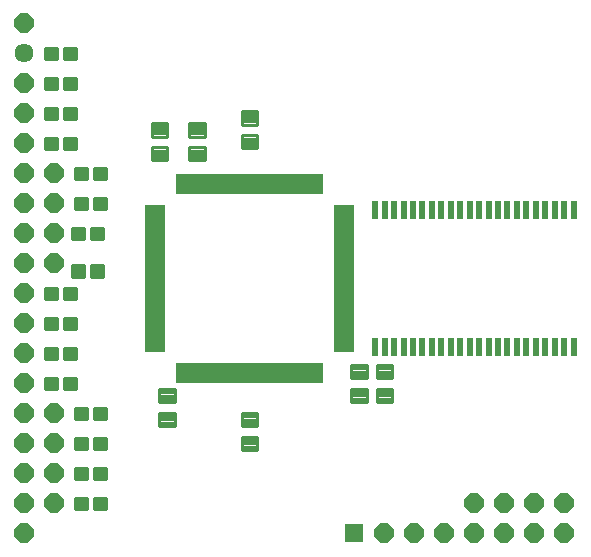
<source format=gts>
G75*
G70*
%OFA0B0*%
%FSLAX24Y24*%
%IPPOS*%
%LPD*%
%AMOC8*
5,1,8,0,0,1.08239X$1,22.5*
%
%ADD10OC8,0.0635*%
%ADD11C,0.0635*%
%ADD12R,0.0671X0.0218*%
%ADD13R,0.0218X0.0671*%
%ADD14R,0.0237X0.0592*%
%ADD15R,0.0635X0.0635*%
%ADD16C,0.0110*%
%ADD17C,0.0095*%
D10*
X001004Y001004D03*
X001004Y002004D03*
X002004Y002004D03*
X002004Y003004D03*
X002004Y004004D03*
X002004Y005004D03*
X001004Y005004D03*
X001004Y004004D03*
X001004Y003004D03*
X001004Y006004D03*
X001004Y007004D03*
X001004Y008004D03*
X001004Y009004D03*
X001004Y010004D03*
X001004Y011004D03*
X002004Y011004D03*
X002004Y010004D03*
X002004Y012004D03*
X002004Y013004D03*
X001004Y013004D03*
X001004Y014004D03*
X001004Y015004D03*
X001004Y016004D03*
X001004Y018004D03*
X001004Y012004D03*
X013004Y001004D03*
X014004Y001004D03*
X015004Y001004D03*
X016004Y001004D03*
X016004Y002004D03*
X017004Y002004D03*
X018004Y002004D03*
X019004Y002004D03*
X019004Y001004D03*
X018004Y001004D03*
X017004Y001004D03*
D11*
X001004Y017004D03*
D12*
X005354Y011866D03*
X005354Y011669D03*
X005354Y011472D03*
X005354Y011276D03*
X005354Y011079D03*
X005354Y010882D03*
X005354Y010685D03*
X005354Y010488D03*
X005354Y010291D03*
X005354Y010095D03*
X005354Y009898D03*
X005354Y009701D03*
X005354Y009504D03*
X005354Y009307D03*
X005354Y009110D03*
X005354Y008913D03*
X005354Y008717D03*
X005354Y008520D03*
X005354Y008323D03*
X005354Y008126D03*
X005354Y007929D03*
X005354Y007732D03*
X005354Y007535D03*
X005354Y007339D03*
X005354Y007142D03*
X011654Y007142D03*
X011654Y007339D03*
X011654Y007535D03*
X011654Y007732D03*
X011654Y007929D03*
X011654Y008126D03*
X011654Y008323D03*
X011654Y008520D03*
X011654Y008717D03*
X011654Y008913D03*
X011654Y009110D03*
X011654Y009307D03*
X011654Y009504D03*
X011654Y009701D03*
X011654Y009898D03*
X011654Y010095D03*
X011654Y010291D03*
X011654Y010488D03*
X011654Y010685D03*
X011654Y010882D03*
X011654Y011079D03*
X011654Y011276D03*
X011654Y011472D03*
X011654Y011669D03*
X011654Y011866D03*
D13*
X010866Y012654D03*
X010669Y012654D03*
X010472Y012654D03*
X010276Y012654D03*
X010079Y012654D03*
X009882Y012654D03*
X009685Y012654D03*
X009488Y012654D03*
X009291Y012654D03*
X009095Y012654D03*
X008898Y012654D03*
X008701Y012654D03*
X008504Y012654D03*
X008307Y012654D03*
X008110Y012654D03*
X007913Y012654D03*
X007717Y012654D03*
X007520Y012654D03*
X007323Y012654D03*
X007126Y012654D03*
X006929Y012654D03*
X006732Y012654D03*
X006535Y012654D03*
X006339Y012654D03*
X006142Y012654D03*
X006142Y006354D03*
X006339Y006354D03*
X006535Y006354D03*
X006732Y006354D03*
X006929Y006354D03*
X007126Y006354D03*
X007323Y006354D03*
X007520Y006354D03*
X007717Y006354D03*
X007913Y006354D03*
X008110Y006354D03*
X008307Y006354D03*
X008504Y006354D03*
X008701Y006354D03*
X008898Y006354D03*
X009095Y006354D03*
X009291Y006354D03*
X009488Y006354D03*
X009685Y006354D03*
X009882Y006354D03*
X010079Y006354D03*
X010276Y006354D03*
X010472Y006354D03*
X010669Y006354D03*
X010866Y006354D03*
D14*
X012697Y007220D03*
X013012Y007220D03*
X013327Y007220D03*
X013642Y007220D03*
X013957Y007220D03*
X014272Y007220D03*
X014587Y007220D03*
X014902Y007220D03*
X015217Y007220D03*
X015531Y007220D03*
X015846Y007220D03*
X016161Y007220D03*
X016476Y007220D03*
X016791Y007220D03*
X017106Y007220D03*
X017421Y007220D03*
X017736Y007220D03*
X018051Y007220D03*
X018366Y007220D03*
X018681Y007220D03*
X018996Y007220D03*
X019311Y007220D03*
X019311Y011787D03*
X018996Y011787D03*
X018681Y011787D03*
X018366Y011787D03*
X018051Y011787D03*
X017736Y011787D03*
X017421Y011787D03*
X017106Y011787D03*
X016791Y011787D03*
X016476Y011787D03*
X016161Y011787D03*
X015846Y011787D03*
X015531Y011787D03*
X015217Y011787D03*
X014902Y011787D03*
X014587Y011787D03*
X014272Y011787D03*
X013957Y011787D03*
X013642Y011787D03*
X013327Y011787D03*
X013012Y011787D03*
X012697Y011787D03*
D15*
X012004Y001004D03*
D16*
X008764Y003789D02*
X008764Y004231D01*
X008764Y003789D02*
X008244Y003789D01*
X008244Y004231D01*
X008764Y004231D01*
X008764Y003898D02*
X008244Y003898D01*
X008244Y004007D02*
X008764Y004007D01*
X008764Y004116D02*
X008244Y004116D01*
X008244Y004225D02*
X008764Y004225D01*
X008764Y004577D02*
X008764Y005019D01*
X008764Y004577D02*
X008244Y004577D01*
X008244Y005019D01*
X008764Y005019D01*
X008764Y004686D02*
X008244Y004686D01*
X008244Y004795D02*
X008764Y004795D01*
X008764Y004904D02*
X008244Y004904D01*
X008244Y005013D02*
X008764Y005013D01*
X006014Y005031D02*
X006014Y004589D01*
X005494Y004589D01*
X005494Y005031D01*
X006014Y005031D01*
X006014Y004698D02*
X005494Y004698D01*
X005494Y004807D02*
X006014Y004807D01*
X006014Y004916D02*
X005494Y004916D01*
X005494Y005025D02*
X006014Y005025D01*
X006014Y005377D02*
X006014Y005819D01*
X006014Y005377D02*
X005494Y005377D01*
X005494Y005819D01*
X006014Y005819D01*
X006014Y005486D02*
X005494Y005486D01*
X005494Y005595D02*
X006014Y005595D01*
X006014Y005704D02*
X005494Y005704D01*
X005494Y005813D02*
X006014Y005813D01*
X012414Y005831D02*
X012414Y005389D01*
X011894Y005389D01*
X011894Y005831D01*
X012414Y005831D01*
X012414Y005498D02*
X011894Y005498D01*
X011894Y005607D02*
X012414Y005607D01*
X012414Y005716D02*
X011894Y005716D01*
X011894Y005825D02*
X012414Y005825D01*
X013264Y005831D02*
X013264Y005389D01*
X012744Y005389D01*
X012744Y005831D01*
X013264Y005831D01*
X013264Y005498D02*
X012744Y005498D01*
X012744Y005607D02*
X013264Y005607D01*
X013264Y005716D02*
X012744Y005716D01*
X012744Y005825D02*
X013264Y005825D01*
X013264Y006177D02*
X013264Y006619D01*
X013264Y006177D02*
X012744Y006177D01*
X012744Y006619D01*
X013264Y006619D01*
X013264Y006286D02*
X012744Y006286D01*
X012744Y006395D02*
X013264Y006395D01*
X013264Y006504D02*
X012744Y006504D01*
X012744Y006613D02*
X013264Y006613D01*
X012414Y006619D02*
X012414Y006177D01*
X011894Y006177D01*
X011894Y006619D01*
X012414Y006619D01*
X012414Y006286D02*
X011894Y006286D01*
X011894Y006395D02*
X012414Y006395D01*
X012414Y006504D02*
X011894Y006504D01*
X011894Y006613D02*
X012414Y006613D01*
X006494Y013439D02*
X006494Y013881D01*
X007014Y013881D01*
X007014Y013439D01*
X006494Y013439D01*
X006494Y013548D02*
X007014Y013548D01*
X007014Y013657D02*
X006494Y013657D01*
X006494Y013766D02*
X007014Y013766D01*
X007014Y013875D02*
X006494Y013875D01*
X006494Y014227D02*
X006494Y014669D01*
X007014Y014669D01*
X007014Y014227D01*
X006494Y014227D01*
X006494Y014336D02*
X007014Y014336D01*
X007014Y014445D02*
X006494Y014445D01*
X006494Y014554D02*
X007014Y014554D01*
X007014Y014663D02*
X006494Y014663D01*
X005244Y014669D02*
X005244Y014227D01*
X005244Y014669D02*
X005764Y014669D01*
X005764Y014227D01*
X005244Y014227D01*
X005244Y014336D02*
X005764Y014336D01*
X005764Y014445D02*
X005244Y014445D01*
X005244Y014554D02*
X005764Y014554D01*
X005764Y014663D02*
X005244Y014663D01*
X005244Y013881D02*
X005244Y013439D01*
X005244Y013881D02*
X005764Y013881D01*
X005764Y013439D01*
X005244Y013439D01*
X005244Y013548D02*
X005764Y013548D01*
X005764Y013657D02*
X005244Y013657D01*
X005244Y013766D02*
X005764Y013766D01*
X005764Y013875D02*
X005244Y013875D01*
X008244Y013839D02*
X008244Y014281D01*
X008764Y014281D01*
X008764Y013839D01*
X008244Y013839D01*
X008244Y013948D02*
X008764Y013948D01*
X008764Y014057D02*
X008244Y014057D01*
X008244Y014166D02*
X008764Y014166D01*
X008764Y014275D02*
X008244Y014275D01*
X008244Y014627D02*
X008244Y015069D01*
X008764Y015069D01*
X008764Y014627D01*
X008244Y014627D01*
X008244Y014736D02*
X008764Y014736D01*
X008764Y014845D02*
X008244Y014845D01*
X008244Y014954D02*
X008764Y014954D01*
X008764Y015063D02*
X008244Y015063D01*
D17*
X003709Y012814D02*
X003329Y012814D01*
X003329Y013194D01*
X003709Y013194D01*
X003709Y012814D01*
X003709Y012908D02*
X003329Y012908D01*
X003329Y013002D02*
X003709Y013002D01*
X003709Y013096D02*
X003329Y013096D01*
X003329Y013190D02*
X003709Y013190D01*
X003079Y012814D02*
X002699Y012814D01*
X002699Y013194D01*
X003079Y013194D01*
X003079Y012814D01*
X003079Y012908D02*
X002699Y012908D01*
X002699Y013002D02*
X003079Y013002D01*
X003079Y013096D02*
X002699Y013096D01*
X002699Y013190D02*
X003079Y013190D01*
X002709Y013814D02*
X002329Y013814D01*
X002329Y014194D01*
X002709Y014194D01*
X002709Y013814D01*
X002709Y013908D02*
X002329Y013908D01*
X002329Y014002D02*
X002709Y014002D01*
X002709Y014096D02*
X002329Y014096D01*
X002329Y014190D02*
X002709Y014190D01*
X002079Y013814D02*
X001699Y013814D01*
X001699Y014194D01*
X002079Y014194D01*
X002079Y013814D01*
X002079Y013908D02*
X001699Y013908D01*
X001699Y014002D02*
X002079Y014002D01*
X002079Y014096D02*
X001699Y014096D01*
X001699Y014190D02*
X002079Y014190D01*
X002079Y014814D02*
X001699Y014814D01*
X001699Y015194D01*
X002079Y015194D01*
X002079Y014814D01*
X002079Y014908D02*
X001699Y014908D01*
X001699Y015002D02*
X002079Y015002D01*
X002079Y015096D02*
X001699Y015096D01*
X001699Y015190D02*
X002079Y015190D01*
X002329Y014814D02*
X002709Y014814D01*
X002329Y014814D02*
X002329Y015194D01*
X002709Y015194D01*
X002709Y014814D01*
X002709Y014908D02*
X002329Y014908D01*
X002329Y015002D02*
X002709Y015002D01*
X002709Y015096D02*
X002329Y015096D01*
X002329Y015190D02*
X002709Y015190D01*
X002709Y015814D02*
X002329Y015814D01*
X002329Y016194D01*
X002709Y016194D01*
X002709Y015814D01*
X002709Y015908D02*
X002329Y015908D01*
X002329Y016002D02*
X002709Y016002D01*
X002709Y016096D02*
X002329Y016096D01*
X002329Y016190D02*
X002709Y016190D01*
X002709Y016814D02*
X002329Y016814D01*
X002329Y017194D01*
X002709Y017194D01*
X002709Y016814D01*
X002709Y016908D02*
X002329Y016908D01*
X002329Y017002D02*
X002709Y017002D01*
X002709Y017096D02*
X002329Y017096D01*
X002329Y017190D02*
X002709Y017190D01*
X002079Y016814D02*
X001699Y016814D01*
X001699Y017194D01*
X002079Y017194D01*
X002079Y016814D01*
X002079Y016908D02*
X001699Y016908D01*
X001699Y017002D02*
X002079Y017002D01*
X002079Y017096D02*
X001699Y017096D01*
X001699Y017190D02*
X002079Y017190D01*
X002079Y015814D02*
X001699Y015814D01*
X001699Y016194D01*
X002079Y016194D01*
X002079Y015814D01*
X002079Y015908D02*
X001699Y015908D01*
X001699Y016002D02*
X002079Y016002D01*
X002079Y016096D02*
X001699Y016096D01*
X001699Y016190D02*
X002079Y016190D01*
X002699Y011814D02*
X003079Y011814D01*
X002699Y011814D02*
X002699Y012194D01*
X003079Y012194D01*
X003079Y011814D01*
X003079Y011908D02*
X002699Y011908D01*
X002699Y012002D02*
X003079Y012002D01*
X003079Y012096D02*
X002699Y012096D01*
X002699Y012190D02*
X003079Y012190D01*
X003329Y011814D02*
X003709Y011814D01*
X003329Y011814D02*
X003329Y012194D01*
X003709Y012194D01*
X003709Y011814D01*
X003709Y011908D02*
X003329Y011908D01*
X003329Y012002D02*
X003709Y012002D01*
X003709Y012096D02*
X003329Y012096D01*
X003329Y012190D02*
X003709Y012190D01*
X003609Y010814D02*
X003229Y010814D01*
X003229Y011194D01*
X003609Y011194D01*
X003609Y010814D01*
X003609Y010908D02*
X003229Y010908D01*
X003229Y011002D02*
X003609Y011002D01*
X003609Y011096D02*
X003229Y011096D01*
X003229Y011190D02*
X003609Y011190D01*
X002979Y010814D02*
X002599Y010814D01*
X002599Y011194D01*
X002979Y011194D01*
X002979Y010814D01*
X002979Y010908D02*
X002599Y010908D01*
X002599Y011002D02*
X002979Y011002D01*
X002979Y011096D02*
X002599Y011096D01*
X002599Y011190D02*
X002979Y011190D01*
X002979Y009564D02*
X002599Y009564D01*
X002599Y009944D01*
X002979Y009944D01*
X002979Y009564D01*
X002979Y009658D02*
X002599Y009658D01*
X002599Y009752D02*
X002979Y009752D01*
X002979Y009846D02*
X002599Y009846D01*
X002599Y009940D02*
X002979Y009940D01*
X003229Y009564D02*
X003609Y009564D01*
X003229Y009564D02*
X003229Y009944D01*
X003609Y009944D01*
X003609Y009564D01*
X003609Y009658D02*
X003229Y009658D01*
X003229Y009752D02*
X003609Y009752D01*
X003609Y009846D02*
X003229Y009846D01*
X003229Y009940D02*
X003609Y009940D01*
X002709Y008814D02*
X002329Y008814D01*
X002329Y009194D01*
X002709Y009194D01*
X002709Y008814D01*
X002709Y008908D02*
X002329Y008908D01*
X002329Y009002D02*
X002709Y009002D01*
X002709Y009096D02*
X002329Y009096D01*
X002329Y009190D02*
X002709Y009190D01*
X002079Y008814D02*
X001699Y008814D01*
X001699Y009194D01*
X002079Y009194D01*
X002079Y008814D01*
X002079Y008908D02*
X001699Y008908D01*
X001699Y009002D02*
X002079Y009002D01*
X002079Y009096D02*
X001699Y009096D01*
X001699Y009190D02*
X002079Y009190D01*
X002079Y007814D02*
X001699Y007814D01*
X001699Y008194D01*
X002079Y008194D01*
X002079Y007814D01*
X002079Y007908D02*
X001699Y007908D01*
X001699Y008002D02*
X002079Y008002D01*
X002079Y008096D02*
X001699Y008096D01*
X001699Y008190D02*
X002079Y008190D01*
X002329Y007814D02*
X002709Y007814D01*
X002329Y007814D02*
X002329Y008194D01*
X002709Y008194D01*
X002709Y007814D01*
X002709Y007908D02*
X002329Y007908D01*
X002329Y008002D02*
X002709Y008002D01*
X002709Y008096D02*
X002329Y008096D01*
X002329Y008190D02*
X002709Y008190D01*
X002709Y006814D02*
X002329Y006814D01*
X002329Y007194D01*
X002709Y007194D01*
X002709Y006814D01*
X002709Y006908D02*
X002329Y006908D01*
X002329Y007002D02*
X002709Y007002D01*
X002709Y007096D02*
X002329Y007096D01*
X002329Y007190D02*
X002709Y007190D01*
X002079Y006814D02*
X001699Y006814D01*
X001699Y007194D01*
X002079Y007194D01*
X002079Y006814D01*
X002079Y006908D02*
X001699Y006908D01*
X001699Y007002D02*
X002079Y007002D01*
X002079Y007096D02*
X001699Y007096D01*
X001699Y007190D02*
X002079Y007190D01*
X002079Y005814D02*
X001699Y005814D01*
X001699Y006194D01*
X002079Y006194D01*
X002079Y005814D01*
X002079Y005908D02*
X001699Y005908D01*
X001699Y006002D02*
X002079Y006002D01*
X002079Y006096D02*
X001699Y006096D01*
X001699Y006190D02*
X002079Y006190D01*
X002329Y005814D02*
X002709Y005814D01*
X002329Y005814D02*
X002329Y006194D01*
X002709Y006194D01*
X002709Y005814D01*
X002709Y005908D02*
X002329Y005908D01*
X002329Y006002D02*
X002709Y006002D01*
X002709Y006096D02*
X002329Y006096D01*
X002329Y006190D02*
X002709Y006190D01*
X002699Y004814D02*
X003079Y004814D01*
X002699Y004814D02*
X002699Y005194D01*
X003079Y005194D01*
X003079Y004814D01*
X003079Y004908D02*
X002699Y004908D01*
X002699Y005002D02*
X003079Y005002D01*
X003079Y005096D02*
X002699Y005096D01*
X002699Y005190D02*
X003079Y005190D01*
X003329Y004814D02*
X003709Y004814D01*
X003329Y004814D02*
X003329Y005194D01*
X003709Y005194D01*
X003709Y004814D01*
X003709Y004908D02*
X003329Y004908D01*
X003329Y005002D02*
X003709Y005002D01*
X003709Y005096D02*
X003329Y005096D01*
X003329Y005190D02*
X003709Y005190D01*
X003709Y003814D02*
X003329Y003814D01*
X003329Y004194D01*
X003709Y004194D01*
X003709Y003814D01*
X003709Y003908D02*
X003329Y003908D01*
X003329Y004002D02*
X003709Y004002D01*
X003709Y004096D02*
X003329Y004096D01*
X003329Y004190D02*
X003709Y004190D01*
X003079Y003814D02*
X002699Y003814D01*
X002699Y004194D01*
X003079Y004194D01*
X003079Y003814D01*
X003079Y003908D02*
X002699Y003908D01*
X002699Y004002D02*
X003079Y004002D01*
X003079Y004096D02*
X002699Y004096D01*
X002699Y004190D02*
X003079Y004190D01*
X003079Y002814D02*
X002699Y002814D01*
X002699Y003194D01*
X003079Y003194D01*
X003079Y002814D01*
X003079Y002908D02*
X002699Y002908D01*
X002699Y003002D02*
X003079Y003002D01*
X003079Y003096D02*
X002699Y003096D01*
X002699Y003190D02*
X003079Y003190D01*
X003329Y002814D02*
X003709Y002814D01*
X003329Y002814D02*
X003329Y003194D01*
X003709Y003194D01*
X003709Y002814D01*
X003709Y002908D02*
X003329Y002908D01*
X003329Y003002D02*
X003709Y003002D01*
X003709Y003096D02*
X003329Y003096D01*
X003329Y003190D02*
X003709Y003190D01*
X003709Y001814D02*
X003329Y001814D01*
X003329Y002194D01*
X003709Y002194D01*
X003709Y001814D01*
X003709Y001908D02*
X003329Y001908D01*
X003329Y002002D02*
X003709Y002002D01*
X003709Y002096D02*
X003329Y002096D01*
X003329Y002190D02*
X003709Y002190D01*
X003079Y001814D02*
X002699Y001814D01*
X002699Y002194D01*
X003079Y002194D01*
X003079Y001814D01*
X003079Y001908D02*
X002699Y001908D01*
X002699Y002002D02*
X003079Y002002D01*
X003079Y002096D02*
X002699Y002096D01*
X002699Y002190D02*
X003079Y002190D01*
M02*

</source>
